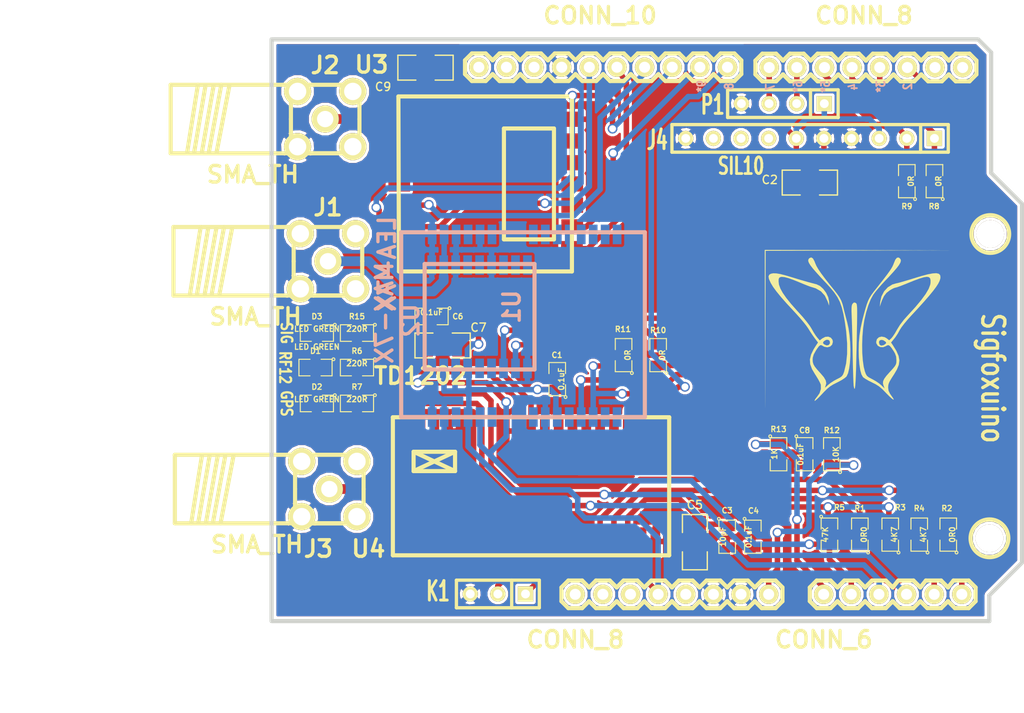
<source format=kicad_pcb>
(kicad_pcb (version 3) (host pcbnew "(2013-05-31 BZR 4019)-stable")
  (title_block (title "Arduino Uno R3 Compatible") (rev 0.01) (company "Numato Systems"))
  (layers (15 Front signal) (0 Back signal hide))
  (net 0 "")
  (net 1 +3.3V)
  (net 2 /PB0)
  (net 3 /PB1)
  (net 4 /PB2)
  (net 5 /PB3)
  (net 6 /PB4)
  (net 7 /PB5)
  (net 8 /PC0)
  (net 9 /PC1)
  (net 10 /PC2)
  (net 11 /PC3)
  (net 12 /PD2)
  (net 13 /PD3)
  (net 14 /PD4)
  (net 15 /PD5)
  (net 16 /PD6)
  (net 17 /PD7)
  (net 18 /RF_GPS)
  (net 19 /RF_RF12)
  (net 20 /RF_SIG)
  (net 21 /RX_SFT)
  (net 22 /SCL)
  (net 23 /SDA)
  (net 24 /STATUS_SIG)
  (net 25 /TX_SFT)
  (net 26 /VIN)
  (net 27 GND)
  (net 28 N-000001)
  (net 29 N-0000018)
  (net 30 N-000002)
  (net 31 N-000003)
  (net 32 N-000004)
  (net 33 N-000005)
  (net 34 N-000006)
  (net 35 N-000007)
  (net 36 N-000008)
  (module SMA-SMB_right_angle (layer Front) (at 114.681 91.948 180)
    (fp_text reference J1)
    (fp_text value SMA_TH)
    (pad 1 thru_hole circle (at 0 0 180) (size 2.5 2.5) (drill 1.5) (layers *.Cu *.Mask Dessus.SilkS) (net 18 /RF_GPS))
    (pad 2 thru_hole circle (at 2.54 -2.54 180) (size 2.5 2.5) (drill 1.6) (layers *.Cu *.Mask Dessus.SilkS) (net 27 GND))
    (pad 3 thru_hole circle (at -2.54 -2.54 180) (size 2.5 2.5) (drill 1.6) (layers *.Cu *.Mask Dessus.SilkS))
    (pad 4 thru_hole circle (at -2.54 2.54 180) (size 2.5 2.5) (drill 1.6) (layers *.Cu *.Mask Dessus.SilkS))
    (pad 5 thru_hole circle (at 2.54 2.54 180) (size 2.5 2.5) (drill 1.6) (layers *.Cu *.Mask Dessus.SilkS))
  )
  (module 1pin (layer Front) (at 175.5648 89.44102)
    (fp_text reference V4 hide)
    (fp_text value "" hide)
    (pad 1 thru_hole circle (at 0 0) (size 2.54 2.54) (drill 2.54) (layers *.Cu *.Mask Dessus.SilkS))
  )
  (module 1pin (layer Front) (at 175.4886 117.43182)
    (fp_text reference V5 hide)
    (fp_text value "" hide)
    (pad 1 thru_hole circle (at 0 0) (size 2.54 2.54) (drill 2.54) (layers *.Cu *.Mask Dessus.SilkS))
  )
  (module Con8 (layer Front) (at 137.414 122.58802)
    (fp_text reference CON8_1 hide)
    (fp_text value CONN_8)
    (pad 2 thru_hole circle (at 2.54 0) (size 1.778 1.778) (drill 1.016) (layers *.Cu *.Mask Dessus.SilkS))
    (pad 3 thru_hole circle (at 5.08 0) (size 1.778 1.778) (drill 1.016) (layers *.Cu *.Mask Dessus.SilkS))
    (pad 4 thru_hole circle (at 7.62 0) (size 1.778 1.778) (drill 1.016) (layers *.Cu *.Mask Dessus.SilkS) (net 1 +3.3V))
    (pad 5 thru_hole circle (at 10.16 0) (size 1.778 1.778) (drill 1.016) (layers *.Cu *.Mask Dessus.SilkS))
    (pad 6 thru_hole circle (at 12.7 0) (size 1.778 1.778) (drill 1.016) (layers *.Cu *.Mask Dessus.SilkS) (net 27 GND))
    (pad 7 thru_hole circle (at 15.24 0) (size 1.778 1.778) (drill 1.016) (layers *.Cu *.Mask Dessus.SilkS) (net 27 GND))
    (pad 8 thru_hole circle (at 17.78 0) (size 1.778 1.778) (drill 1.016) (layers *.Cu *.Mask Dessus.SilkS) (net 26 /VIN))
    (pad 1 thru_hole circle (at 0 0) (size 1.778 1.778) (drill 1.016) (layers *.Cu *.Mask Dessus.SilkS))
  )
  (module Con8 (layer Front) (at 173.0248 74.12482 180)
    (fp_text reference CON8_2 hide)
    (fp_text value CONN_8)
    (pad 2 thru_hole circle (at 2.54 0 180) (size 1.778 1.778) (drill 1.016) (layers *.Cu *.Mask Dessus.SilkS))
    (pad 3 thru_hole circle (at 5.08 0 180) (size 1.778 1.778) (drill 1.016) (layers *.Cu *.Mask Dessus.SilkS) (net 12 /PD2))
    (pad 4 thru_hole circle (at 7.62 0 180) (size 1.778 1.778) (drill 1.016) (layers *.Cu *.Mask Dessus.SilkS) (net 13 /PD3))
    (pad 5 thru_hole circle (at 10.16 0 180) (size 1.778 1.778) (drill 1.016) (layers *.Cu *.Mask Dessus.SilkS) (net 14 /PD4))
    (pad 6 thru_hole circle (at 12.7 0 180) (size 1.778 1.778) (drill 1.016) (layers *.Cu *.Mask Dessus.SilkS) (net 15 /PD5))
    (pad 7 thru_hole circle (at 15.24 0 180) (size 1.778 1.778) (drill 1.016) (layers *.Cu *.Mask Dessus.SilkS) (net 16 /PD6))
    (pad 8 thru_hole circle (at 17.78 0 180) (size 1.778 1.778) (drill 1.016) (layers *.Cu *.Mask Dessus.SilkS) (net 17 /PD7))
    (pad 1 thru_hole circle (at 0 0 180) (size 1.778 1.778) (drill 1.016) (layers *.Cu *.Mask Dessus.SilkS))
  )
  (module Con6 (layer Front) (at 160.2486 122.58802)
    (fp_text reference CON6_1 hide)
    (fp_text value CONN_6)
    (pad 2 thru_hole circle (at 2.54 0) (size 1.778 1.778) (drill 1.016) (layers *.Cu *.Mask Dessus.SilkS) (net 9 /PC1))
    (pad 3 thru_hole circle (at 5.08 0) (size 1.778 1.778) (drill 1.016) (layers *.Cu *.Mask Dessus.SilkS) (net 10 /PC2))
    (pad 4 thru_hole circle (at 7.62 0) (size 1.778 1.778) (drill 1.016) (layers *.Cu *.Mask Dessus.SilkS) (net 11 /PC3))
    (pad 5 thru_hole circle (at 10.16 0) (size 1.778 1.778) (drill 1.016) (layers *.Cu *.Mask Dessus.SilkS) (net 23 /SDA))
    (pad 6 thru_hole circle (at 12.7 0) (size 1.778 1.778) (drill 1.016) (layers *.Cu *.Mask Dessus.SilkS) (net 22 /SCL))
    (pad 1 thru_hole circle (at 0 0) (size 1.778 1.778) (drill 1.016) (layers *.Cu *.Mask Dessus.SilkS) (net 8 /PC0))
  )
  (module Con10 (layer Front) (at 151.4094 74.09942 180)
    (fp_text reference CON10_1 hide)
    (fp_text value CONN_10)
    (pad 2 thru_hole circle (at 2.54 0 180) (size 1.778 1.778) (drill 1.016) (layers *.Cu *.Mask Dessus.SilkS) (net 3 /PB1))
    (pad 3 thru_hole circle (at 5.08 0 180) (size 1.778 1.778) (drill 1.016) (layers *.Cu *.Mask Dessus.SilkS) (net 4 /PB2))
    (pad 4 thru_hole circle (at 7.62 0 180) (size 1.778 1.778) (drill 1.016) (layers *.Cu *.Mask Dessus.SilkS) (net 5 /PB3))
    (pad 5 thru_hole circle (at 10.16 0 180) (size 1.778 1.778) (drill 1.016) (layers *.Cu *.Mask Dessus.SilkS) (net 6 /PB4))
    (pad 6 thru_hole circle (at 12.7 0 180) (size 1.778 1.778) (drill 1.016) (layers *.Cu *.Mask Dessus.SilkS) (net 7 /PB5))
    (pad 7 thru_hole circle (at 15.24 0 180) (size 1.778 1.778) (drill 1.016) (layers *.Cu *.Mask Dessus.SilkS) (net 27 GND))
    (pad 8 thru_hole circle (at 17.78 0 180) (size 1.778 1.778) (drill 1.016) (layers *.Cu *.Mask Dessus.SilkS))
    (pad 9 thru_hole circle (at 20.32 0 180) (size 1.778 1.778) (drill 1.016) (layers *.Cu *.Mask Dessus.SilkS) (net 23 /SDA))
    (pad 10 thru_hole circle (at 22.86 0 180) (size 1.778 1.778) (drill 1.016) (layers *.Cu *.Mask Dessus.SilkS) (net 22 /SCL))
    (pad 1 thru_hole circle (at 0 0 180) (size 1.778 1.778) (drill 1.016) (layers *.Cu *.Mask Dessus.SilkS) (net 2 /PB0))
  )
  (module TD1202 (layer Front) (at 120.65 106.299)
    (fp_text reference U4)
    (fp_text value TD1202)
    (pad 12 smd rect (at 24.13 1.27) (size 0.89 2.6) (layers Front Dessus.Pate Dessus.Masque) (net 27 GND))
    (pad 13 smd rect (at 22.86 1.27) (size 0.89 2.6) (layers Front Dessus.Pate Dessus.Masque))
    (pad 14 smd rect (at 21.59 1.27) (size 0.89 2.6) (layers Front Dessus.Pate Dessus.Masque) (net 2 /PB0))
    (pad 15 smd rect (at 20.32 1.27) (size 0.89 2.6) (layers Front Dessus.Pate Dessus.Masque))
    (pad 16 smd rect (at 19.05 1.27) (size 0.89 2.6) (layers Front Dessus.Pate Dessus.Masque))
    (pad 17 smd rect (at 17.78 1.27) (size 0.89 2.6) (layers Front Dessus.Pate Dessus.Masque))
    (pad 18 smd rect (at 16.51 1.27) (size 0.89 2.6) (layers Front Dessus.Pate Dessus.Masque) (net 13 /PD3))
    (pad 19 smd rect (at 15.24 1.27) (size 0.89 2.6) (layers Front Dessus.Pate Dessus.Masque) (net 12 /PD2))
    (pad 20 smd rect (at 13.97 1.27) (size 0.89 2.6) (layers Front Dessus.Pate Dessus.Masque))
    (pad 21 smd rect (at 12.7 1.27) (size 0.89 2.6) (layers Front Dessus.Pate Dessus.Masque) (net 24 /STATUS_SIG))
    (pad 22 smd rect (at 11.43 1.27) (size 0.89 2.6) (layers Front Dessus.Pate Dessus.Masque) (net 27 GND))
    (pad 23 smd rect (at 5.08 1.27) (size 0.89 2.6) (layers Front Dessus.Pate Dessus.Masque) (net 27 GND))
    (pad 24 smd rect (at 3.81 1.27) (size 0.89 2.6) (layers Front Dessus.Pate Dessus.Masque) (net 20 /RF_SIG))
    (pad 25 smd rect (at 2.54 1.27) (size 0.89 2.6) (layers Front Dessus.Pate Dessus.Masque) (net 27 GND))
    (pad 1 smd rect (at 11.43 11.43) (size 0.89 2.6) (layers Front Dessus.Pate Dessus.Masque) (net 27 GND))
    (pad 2 smd rect (at 12.7 11.43) (size 0.89 2.6) (layers Front Dessus.Pate Dessus.Masque) (net 27 GND))
    (pad 3 smd rect (at 13.97 11.43) (size 0.89 2.6) (layers Front Dessus.Pate Dessus.Masque))
    (pad 4 smd rect (at 15.24 11.43) (size 0.89 2.6) (layers Front Dessus.Pate Dessus.Masque))
    (pad 5 smd rect (at 16.51 11.43) (size 0.89 2.6) (layers Front Dessus.Pate Dessus.Masque) (net 30 N-000002))
    (pad 6 smd rect (at 17.78 11.43) (size 0.89 2.6) (layers Front Dessus.Pate Dessus.Masque) (net 31 N-000003))
    (pad 7 smd rect (at 19.05 11.43) (size 0.89 2.6) (layers Front Dessus.Pate Dessus.Masque) (net 34 N-000006))
    (pad 8 smd rect (at 20.32 11.43) (size 0.89 2.6) (layers Front Dessus.Pate Dessus.Masque) (net 28 N-000001))
    (pad 9 smd rect (at 21.59 11.43) (size 0.89 2.6) (layers Front Dessus.Pate Dessus.Masque) (net 1 +3.3V))
    (pad 10 smd rect (at 22.86 11.43) (size 0.89 2.6) (layers Front Dessus.Pate Dessus.Masque))
    (pad 11 smd rect (at 24.13 11.43) (size 0.89 2.6) (layers Front Dessus.Pate Dessus.Masque) (net 27 GND))
  )
  (module SMA-SMB_right_angle (layer Front) (at 114.427 78.867 180)
    (fp_text reference J2)
    (fp_text value SMA_TH)
    (pad 1 thru_hole circle (at 0 0 180) (size 2.5 2.5) (drill 1.5) (layers *.Cu *.Mask Dessus.SilkS) (net 19 /RF_RF12))
    (pad 2 thru_hole circle (at 2.54 -2.54 180) (size 2.5 2.5) (drill 1.6) (layers *.Cu *.Mask Dessus.SilkS) (net 27 GND))
    (pad 3 thru_hole circle (at -2.54 -2.54 180) (size 2.5 2.5) (drill 1.6) (layers *.Cu *.Mask Dessus.SilkS))
    (pad 4 thru_hole circle (at -2.54 2.54 180) (size 2.5 2.5) (drill 1.6) (layers *.Cu *.Mask Dessus.SilkS))
    (pad 5 thru_hole circle (at 2.54 2.54 180) (size 2.5 2.5) (drill 1.6) (layers *.Cu *.Mask Dessus.SilkS))
  )
  (module SMA-SMB_right_angle (layer Front) (at 114.808 112.903 180)
    (fp_text reference J3)
    (fp_text value SMA_TH)
    (pad 1 thru_hole circle (at 0 0 180) (size 2.5 2.5) (drill 1.5) (layers *.Cu *.Mask Dessus.SilkS) (net 20 /RF_SIG))
    (pad 2 thru_hole circle (at 2.54 -2.54 180) (size 2.5 2.5) (drill 1.6) (layers *.Cu *.Mask Dessus.SilkS) (net 27 GND))
    (pad 3 thru_hole circle (at -2.54 -2.54 180) (size 2.5 2.5) (drill 1.6) (layers *.Cu *.Mask Dessus.SilkS))
    (pad 4 thru_hole circle (at -2.54 2.54 180) (size 2.5 2.5) (drill 1.6) (layers *.Cu *.Mask Dessus.SilkS))
    (pad 5 thru_hole circle (at 2.54 2.54 180) (size 2.5 2.5) (drill 1.6) (layers *.Cu *.Mask Dessus.SilkS))
  )
  (module SM1206 (layer Front) (at 123.65 74.14 180)
    (fp_text reference C9)
    (fp_text value 1uF/9V hide)
    (pad 1 smd rect (at -1.651 0 180) (size 1.524 2.032) (layers Front Dessus.Pate Dessus.Masque) (net 1 +3.3V))
    (pad 2 smd rect (at 1.651 0 180) (size 1.524 2.032) (layers Front Dessus.Pate Dessus.Masque) (net 27 GND))
  )
  (module SM1206 (layer Front) (at 158.98 84.71)
    (fp_text reference C2)
    (fp_text value 10uF/9V hide)
    (pad 1 smd rect (at -1.651 0) (size 1.524 2.032) (layers Front Dessus.Pate Dessus.Masque) (net 1 +3.3V))
    (pad 2 smd rect (at 1.651 0) (size 1.524 2.032) (layers Front Dessus.Pate Dessus.Masque) (net 27 GND))
  )
  (module SM1206 (layer Front) (at 148.41 117.79 270)
    (fp_text reference C5)
    (fp_text value 10uF/9V hide)
    (pad 1 smd rect (at -1.651 0 270) (size 1.524 2.032) (layers Front Dessus.Pate Dessus.Masque) (net 1 +3.3V))
    (pad 2 smd rect (at 1.651 0 270) (size 1.524 2.032) (layers Front Dessus.Pate Dessus.Masque) (net 27 GND))
  )
  (module SM1206 (layer Front) (at 125.222 99.695 180)
    (fp_text reference C7)
    (fp_text value 10uF/9V hide)
    (pad 1 smd rect (at -1.651 0 180) (size 1.524 2.032) (layers Front Dessus.Pate Dessus.Masque) (net 1 +3.3V))
    (pad 2 smd rect (at 1.651 0 180) (size 1.524 2.032) (layers Front Dessus.Pate Dessus.Masque) (net 27 GND))
  )
  (module SM0805 (layer Front) (at 113.538 101.727 180)
    (fp_text reference D1)
    (fp_text value "LED GREEN")
    (pad 1 smd rect (at -0.9525 0 180) (size 0.889 1.397) (layers Front Dessus.Pate Dessus.Masque) (net 36 N-000008))
    (pad 2 smd rect (at 0.9525 0 180) (size 0.889 1.397) (layers Front Dessus.Pate Dessus.Masque) (net 27 GND))
  )
  (module SM0805 (layer Front) (at 117.348 101.727 180)
    (fp_text reference R6)
    (fp_text value 220R)
    (pad 1 smd rect (at -0.9525 0 180) (size 0.889 1.397) (layers Front Dessus.Pate Dessus.Masque) (net 11 /PC3))
    (pad 2 smd rect (at 0.9525 0 180) (size 0.889 1.397) (layers Front Dessus.Pate Dessus.Masque) (net 36 N-000008))
  )
  (module SM0805 (layer Front) (at 135.76 102.79 90)
    (fp_text reference C1)
    (fp_text value 0.1uF)
    (pad 1 smd rect (at -0.9525 0 90) (size 0.889 1.397) (layers Front Dessus.Pate Dessus.Masque) (net 1 +3.3V))
    (pad 2 smd rect (at 0.9525 0 90) (size 0.889 1.397) (layers Front Dessus.Pate Dessus.Masque) (net 27 GND))
  )
  (module SM0805 (layer Front) (at 124.206 97.028 180)
    (fp_text reference C6)
    (fp_text value 0.1uF)
    (pad 1 smd rect (at -0.9525 0 180) (size 0.889 1.397) (layers Front Dessus.Pate Dessus.Masque) (net 1 +3.3V))
    (pad 2 smd rect (at 0.9525 0 180) (size 0.889 1.397) (layers Front Dessus.Pate Dessus.Masque) (net 27 GND))
  )
  (module SM0805 (layer Front) (at 160.782 117.094 270)
    (fp_text reference R5)
    (fp_text value 47K)
    (pad 1 smd rect (at -0.9525 0 270) (size 0.889 1.397) (layers Front Dessus.Pate Dessus.Masque) (net 1 +3.3V))
    (pad 2 smd rect (at 0.9525 0 270) (size 0.889 1.397) (layers Front Dessus.Pate Dessus.Masque) (net 9 /PC1))
  )
  (module SM0805 (layer Front) (at 145.034 100.584 90)
    (fp_text reference R10)
    (fp_text value 0R)
    (pad 1 smd rect (at -0.9525 0 90) (size 0.889 1.397) (layers Front Dessus.Pate Dessus.Masque) (net 25 /TX_SFT))
    (pad 2 smd rect (at 0.9525 0 90) (size 0.889 1.397) (layers Front Dessus.Pate Dessus.Masque) (net 33 N-000005))
  )
  (module SM0805 (layer Front) (at 141.859 100.584 90)
    (fp_text reference R11)
    (fp_text value 0R)
    (pad 1 smd rect (at -0.9525 0 90) (size 0.889 1.397) (layers Front Dessus.Pate Dessus.Masque) (net 21 /RX_SFT))
    (pad 2 smd rect (at 0.9525 0 90) (size 0.889 1.397) (layers Front Dessus.Pate Dessus.Masque) (net 32 N-000004))
  )
  (module SM0805 (layer Front) (at 170.434 84.582 90)
    (fp_text reference R8)
    (fp_text value 0R)
    (pad 1 smd rect (at -0.9525 0 90) (size 0.889 1.397) (layers Front Dessus.Pate Dessus.Masque) (net 21 /RX_SFT))
    (pad 2 smd rect (at 0.9525 0 90) (size 0.889 1.397) (layers Front Dessus.Pate Dessus.Masque) (net 14 /PD4))
  )
  (module SM0805 (layer Front) (at 167.894 84.582 90)
    (fp_text reference R9)
    (fp_text value 0R)
    (pad 1 smd rect (at -0.9525 0 90) (size 0.889 1.397) (layers Front Dessus.Pate Dessus.Masque) (net 25 /TX_SFT))
    (pad 2 smd rect (at 0.9525 0 90) (size 0.889 1.397) (layers Front Dessus.Pate Dessus.Masque) (net 15 /PD5))
  )
  (module SM0805 (layer Front) (at 117.348 98.552 180)
    (fp_text reference R15)
    (fp_text value 220R)
    (pad 1 smd rect (at -0.9525 0 180) (size 0.889 1.397) (layers Front Dessus.Pate Dessus.Masque) (net 24 /STATUS_SIG))
    (pad 2 smd rect (at 0.9525 0 180) (size 0.889 1.397) (layers Front Dessus.Pate Dessus.Masque) (net 29 N-0000018))
  )
  (module SM0805 (layer Front) (at 113.665 105.029 180)
    (fp_text reference D2)
    (fp_text value "LED GREEN")
    (pad 1 smd rect (at -0.9525 0 180) (size 0.889 1.397) (layers Front Dessus.Pate Dessus.Masque) (net 35 N-000007))
    (pad 2 smd rect (at 0.9525 0 180) (size 0.889 1.397) (layers Front Dessus.Pate Dessus.Masque) (net 27 GND))
  )
  (module SM0805 (layer Front) (at 117.348 105.029 180)
    (fp_text reference R7)
    (fp_text value 220R)
    (pad 1 smd rect (at -0.9525 0 180) (size 0.889 1.397) (layers Front Dessus.Pate Dessus.Masque) (net 10 /PC2))
    (pad 2 smd rect (at 0.9525 0 180) (size 0.889 1.397) (layers Front Dessus.Pate Dessus.Masque) (net 35 N-000007))
  )
  (module SM0805 (layer Front) (at 151.38 117.29 270)
    (fp_text reference C3)
    (fp_text value 10pF)
    (pad 1 smd rect (at -0.9525 0 270) (size 0.889 1.397) (layers Front Dessus.Pate Dessus.Masque) (net 1 +3.3V))
    (pad 2 smd rect (at 0.9525 0 270) (size 0.889 1.397) (layers Front Dessus.Pate Dessus.Masque) (net 27 GND))
  )
  (module SM0805 (layer Front) (at 153.74 117.29 270)
    (fp_text reference C4)
    (fp_text value 0.1uF)
    (pad 1 smd rect (at -0.9525 0 270) (size 0.889 1.397) (layers Front Dessus.Pate Dessus.Masque) (net 1 +3.3V))
    (pad 2 smd rect (at 0.9525 0 270) (size 0.889 1.397) (layers Front Dessus.Pate Dessus.Masque) (net 27 GND))
  )
  (module SM0805 (layer Front) (at 166.37 117.094 90)
    (fp_text reference R3)
    (fp_text value 4K7)
    (pad 1 smd rect (at -0.9525 0 90) (size 0.889 1.397) (layers Front Dessus.Pate Dessus.Masque) (net 23 /SDA))
    (pad 2 smd rect (at 0.9525 0 90) (size 0.889 1.397) (layers Front Dessus.Pate Dessus.Masque) (net 1 +3.3V))
  )
  (module SM0805 (layer Front) (at 169.037 117.094 90)
    (fp_text reference R4)
    (fp_text value 4K7)
    (pad 1 smd rect (at -0.9525 0 90) (size 0.889 1.397) (layers Front Dessus.Pate Dessus.Masque) (net 22 /SCL))
    (pad 2 smd rect (at 0.9525 0 90) (size 0.889 1.397) (layers Front Dessus.Pate Dessus.Masque) (net 1 +3.3V))
  )
  (module SM0805 (layer Front) (at 163.576 117.094 90)
    (fp_text reference R1)
    (fp_text value 0R0)
    (pad 1 smd rect (at -0.9525 0 90) (size 0.889 1.397) (layers Front Dessus.Pate Dessus.Masque) (net 23 /SDA))
    (pad 2 smd rect (at 0.9525 0 90) (size 0.889 1.397) (layers Front Dessus.Pate Dessus.Masque) (net 34 N-000006))
  )
  (module SM0805 (layer Front) (at 171.704 117.094 90)
    (fp_text reference R2)
    (fp_text value 0R0)
    (pad 1 smd rect (at -0.9525 0 90) (size 0.889 1.397) (layers Front Dessus.Pate Dessus.Masque) (net 22 /SCL))
    (pad 2 smd rect (at 0.9525 0 90) (size 0.889 1.397) (layers Front Dessus.Pate Dessus.Masque) (net 28 N-000001))
  )
  (module SM0805 (layer Front) (at 113.665 98.552 180)
    (fp_text reference D3)
    (fp_text value "LED GREEN")
    (pad 1 smd rect (at -0.9525 0 180) (size 0.889 1.397) (layers Front Dessus.Pate Dessus.Masque) (net 29 N-0000018))
    (pad 2 smd rect (at 0.9525 0 180) (size 0.889 1.397) (layers Front Dessus.Pate Dessus.Masque) (net 27 GND))
  )
  (module SIL-3 (layer Front) (at 130.302 122.555 180)
    (fp_text reference K1)
    (fp_text value CONN_3 hide)
    (pad 1 thru_hole rect (at -2.54 0 180) (size 1.397 1.397) (drill 0.8128) (layers *.Cu *.Mask Dessus.SilkS) (net 31 N-000003))
    (pad 2 thru_hole circle (at 0 0 180) (size 1.397 1.397) (drill 0.8128) (layers *.Cu *.Mask Dessus.SilkS) (net 30 N-000002))
    (pad 3 thru_hole circle (at 2.54 0 180) (size 1.397 1.397) (drill 0.8128) (layers *.Cu *.Mask Dessus.SilkS) (net 27 GND))
  )
  (module SIL-10 (layer Front) (at 159.004 80.645 180)
    (fp_text reference J4)
    (fp_text value SIL10)
    (pad 1 thru_hole rect (at -11.43 0 180) (size 1.397 1.397) (drill 0.8128) (layers *.Cu *.Mask Dessus.SilkS) (net 14 /PD4))
    (pad 2 thru_hole circle (at -8.89 0 180) (size 1.397 1.397) (drill 0.8128) (layers *.Cu *.Mask Dessus.SilkS) (net 15 /PD5))
    (pad 3 thru_hole circle (at -6.35 0 180) (size 1.397 1.397) (drill 0.8128) (layers *.Cu *.Mask Dessus.SilkS) (net 1 +3.3V))
    (pad 4 thru_hole circle (at -3.81 0 180) (size 1.397 1.397) (drill 0.8128) (layers *.Cu *.Mask Dessus.SilkS) (net 27 GND))
    (pad 5 thru_hole circle (at -1.27 0 180) (size 1.397 1.397) (drill 0.8128) (layers *.Cu *.Mask Dessus.SilkS) (net 27 GND))
    (pad 6 thru_hole circle (at 1.27 0 180) (size 1.397 1.397) (drill 0.8128) (layers *.Cu *.Mask Dessus.SilkS) (net 1 +3.3V))
    (pad 7 thru_hole circle (at 3.81 0 180) (size 1.397 1.397) (drill 0.8128) (layers *.Cu *.Mask Dessus.SilkS))
    (pad 8 thru_hole circle (at 6.35 0 180) (size 1.397 1.397) (drill 0.8128) (layers *.Cu *.Mask Dessus.SilkS))
    (pad 9 thru_hole circle (at 8.89 0 180) (size 1.397 1.397) (drill 0.8128) (layers *.Cu *.Mask Dessus.SilkS))
    (pad 10 thru_hole circle (at 11.43 0 180) (size 1.397 1.397) (drill 0.8128) (layers *.Cu *.Mask Dessus.SilkS) (net 27 GND))
  )
  (module RFM12 (layer Front) (at 129.159 84.836 180)
    (fp_text reference U3)
    (fp_text value RFM12 hide)
    (pad 1 smd rect (at -7.9502 -5.95122 180) (size 1.99898 1.39954) (layers Front Dessus.Pate Dessus.Masque) (net 6 /PB4))
    (pad 2 smd rect (at -7.97814 -3.9497 180) (size 1.99898 1.39954) (layers Front Dessus.Pate Dessus.Masque) (net 3 /PB1))
    (pad 3 smd rect (at -7.97814 -1.95072 180) (size 1.99898 1.39954) (layers Front Dessus.Pate Dessus.Masque))
    (pad 4 smd rect (at -7.97814 0 180) (size 1.99898 1.39954) (layers Front Dessus.Pate Dessus.Masque))
    (pad 5 smd rect (at -7.97814 1.95072 180) (size 1.99898 1.39954) (layers Front Dessus.Pate Dessus.Masque))
    (pad 6 smd rect (at -7.97814 3.9497 180) (size 1.99898 1.39954) (layers Front Dessus.Pate Dessus.Masque))
    (pad 7 smd rect (at -7.97814 5.95122 180) (size 1.99898 1.39954) (layers Front Dessus.Pate Dessus.Masque) (net 27 GND))
    (pad 8 smd rect (at 7.92226 5.95122 180) (size 1.99898 1.39954) (layers Front Dessus.Pate Dessus.Masque) (net 19 /RF_RF12))
    (pad 9 smd rect (at 7.92226 3.9497 180) (size 1.99898 1.39954) (layers Front Dessus.Pate Dessus.Masque) (net 1 +3.3V))
    (pad 10 smd rect (at 7.92226 1.95072 180) (size 1.99898 1.39954) (layers Front Dessus.Pate Dessus.Masque) (net 27 GND))
    (pad 11 smd rect (at 7.92226 0 180) (size 1.99898 1.39954) (layers Front Dessus.Pate Dessus.Masque))
    (pad 12 smd rect (at 7.92226 -1.95072 180) (size 1.99898 1.39954) (layers Front Dessus.Pate Dessus.Masque) (net 5 /PB3))
    (pad 13 smd rect (at 7.92226 -3.9497 180) (size 1.99898 1.39954) (layers Front Dessus.Pate Dessus.Masque) (net 7 /PB5))
    (pad 14 smd rect (at 7.92226 -5.95122 180) (size 1.99898 1.39954) (layers Front Dessus.Pate Dessus.Masque) (net 4 /PB2))
  )
  (module MAX-xx (layer Back) (at 123.571 92.202 270)
    (fp_text reference U2)
    (fp_text value MAX-7X)
    (pad 9 smd rect (at 9.6 -0.65 270) (size 1.8 0.8) (layers Back Dessous.Pate Dessous.Masque) (net 9 /PC1))
    (pad 8 smd rect (at 9.6 -1.75 270) (size 1.8 0.8) (layers Back Dessous.Pate Dessous.Masque) (net 1 +3.3V))
    (pad 7 smd rect (at 9.6 -2.85 270) (size 1.8 0.8) (layers Back Dessous.Pate Dessous.Masque) (net 1 +3.3V))
    (pad 6 smd rect (at 9.6 -3.95 270) (size 1.8 0.8) (layers Back Dessous.Pate Dessous.Masque) (net 1 +3.3V))
    (pad 5 smd rect (at 9.6 -5.05 270) (size 1.8 0.8) (layers Back Dessous.Pate Dessous.Masque))
    (pad 4 smd rect (at 9.6 -6.15 270) (size 1.8 0.8) (layers Back Dessous.Pate Dessous.Masque))
    (pad 3 smd rect (at 9.6 -7.25 270) (size 1.8 0.8) (layers Back Dessous.Pate Dessous.Masque) (net 33 N-000005))
    (pad 2 smd rect (at 9.6 -8.35 270) (size 1.8 0.8) (layers Back Dessous.Pate Dessous.Masque) (net 32 N-000004))
    (pad 1 smd rect (at 9.6 -9.45 270) (size 1.8 0.8) (layers Back Dessous.Pate Dessous.Masque) (net 27 GND))
    (pad 10 smd rect (at 0.1 -0.65 270) (size 1.8 0.8) (layers Back Dessous.Pate Dessous.Masque) (net 27 GND))
    (pad 11 smd rect (at 0.1 -1.75 270) (size 1.8 0.8) (layers Back Dessous.Pate Dessous.Masque) (net 18 /RF_GPS))
    (pad 12 smd rect (at 0.1 -2.85 270) (size 1.8 0.8) (layers Back Dessous.Pate Dessous.Masque) (net 27 GND))
    (pad 13 smd rect (at 0.1 -3.95 270) (size 1.8 0.8) (layers Back Dessous.Pate Dessous.Masque))
    (pad 14 smd rect (at 0.1 -5.05 270) (size 1.8 0.8) (layers Back Dessous.Pate Dessous.Masque))
    (pad 15 smd rect (at 0.1 -6.15 270) (size 1.8 0.8) (layers Back Dessous.Pate Dessous.Masque) (net 27 GND))
    (pad 16 smd rect (at 0.1 -7.25 270) (size 1.8 0.8) (layers Back Dessous.Pate Dessous.Masque))
    (pad 17 smd rect (at 0.1 -8.35 270) (size 1.8 0.8) (layers Back Dessous.Pate Dessous.Masque))
    (pad 18 smd rect (at 0.1 -9.45 270) (size 1.8 0.8) (layers Back Dessous.Pate Dessous.Masque))
  )
  (module LEA-xx (layer Back) (at 121.412 89.281 270)
    (fp_text reference U1)
    (fp_text value LEA-7X)
    (pad 15 smd rect (at 0 -2.85 270) (size 1.8 0.8) (drill (offset 0.2 0)) (layers Back Dessous.Pate Dessous.Masque) (net 27 GND))
    (pad 16 smd rect (at 0.2 -3.95 270) (size 1.8 0.8) (layers Back Dessous.Pate Dessous.Masque) (net 18 /RF_GPS))
    (pad 17 smd rect (at 0.2 -5.05 270) (size 1.8 0.8) (layers Back Dessous.Pate Dessous.Masque) (net 27 GND))
    (pad 18 smd rect (at 0.2 -6.15 270) (size 1.8 0.8) (layers Back Dessous.Pate Dessous.Masque))
    (pad 19 smd rect (at 0.2 -7.25 270) (size 1.8 0.8) (layers Back Dessous.Pate Dessous.Masque) (net 27 GND))
    (pad 20 smd rect (at 0.2 -8.35 270) (size 1.8 0.8) (layers Back Dessous.Pate Dessous.Masque))
    (pad 21 smd rect (at 0.2 -12.15 270) (size 1.8 0.8) (layers Back Dessous.Pate Dessous.Masque))
    (pad 22 smd rect (at 0.2 -13.25 270) (size 1.8 0.8) (layers Back Dessous.Pate Dessous.Masque))
    (pad 23 smd rect (at 0.2 -14.35 270) (size 1.8 0.8) (layers Back Dessous.Pate Dessous.Masque))
    (pad 24 smd rect (at 0.2 -15.45 270) (size 1.8 0.8) (layers Back Dessous.Pate Dessous.Masque) (net 27 GND))
    (pad 25 smd rect (at 0.2 -16.55 270) (size 1.8 0.8) (layers Back Dessous.Pate Dessous.Masque))
    (pad 26 smd rect (at 0.2 -17.65 270) (size 1.8 0.8) (layers Back Dessous.Pate Dessous.Masque))
    (pad 27 smd rect (at 0.2 -18.75 270) (size 1.8 0.8) (layers Back Dessous.Pate Dessous.Masque))
    (pad 28 smd rect (at 0.2 -19.85 270) (size 1.8 0.8) (layers Back Dessous.Pate Dessous.Masque))
    (pad 1 smd rect (at 17 -19.85 270) (size 1.8 0.8) (layers Back Dessous.Pate Dessous.Masque))
    (pad 14 smd rect (at 17 -2.85 270) (size 1.8 0.8) (layers Back Dessous.Pate Dessous.Masque) (net 27 GND))
    (pad 2 smd rect (at 17 -18.75 270) (size 1.8 0.8) (layers Back Dessous.Pate Dessous.Masque))
    (pad 3 smd rect (at 17 -17.65 270) (size 1.8 0.8) (layers Back Dessous.Pate Dessous.Masque) (net 21 /RX_SFT))
    (pad 4 smd rect (at 17 -16.55 270) (size 1.8 0.8) (layers Back Dessous.Pate Dessous.Masque) (net 25 /TX_SFT))
    (pad 5 smd rect (at 17 -15.45 270) (size 1.8 0.8) (layers Back Dessous.Pate Dessous.Masque))
    (pad 6 smd rect (at 17 -14.35 270) (size 1.8 0.8) (layers Back Dessous.Pate Dessous.Masque) (net 1 +3.3V))
    (pad 7 smd rect (at 17 -13.25 270) (size 1.8 0.8) (layers Back Dessous.Pate Dessous.Masque) (net 27 GND))
    (pad 8 smd rect (at 17 -12.15 270) (size 1.8 0.8) (layers Back Dessous.Pate Dessous.Masque))
    (pad 9 smd rect (at 17 -8.35 270) (size 1.8 0.8) (layers Back Dessous.Pate Dessous.Masque))
    (pad 10 smd rect (at 17 -7.25 270) (size 1.8 0.8) (layers Back Dessous.Pate Dessous.Masque) (net 9 /PC1))
    (pad 11 smd rect (at 17 -6.15 270) (size 1.8 0.8) (layers Back Dessous.Pate Dessous.Masque) (net 1 +3.3V))
    (pad 12 smd rect (at 17 -5.05 270) (size 1.8 0.8) (layers Back Dessous.Pate Dessous.Masque))
    (pad 13 smd rect (at 17 -3.95 270) (size 1.8 0.8) (layers Back Dessous.Pate Dessous.Masque) (net 27 GND))
  )
  (module SM0805 (layer Front) (at 156.1 109.7 270)
    (fp_text reference R13)
    (fp_text value 1K)
    (pad 1 smd rect (at -0.9525 0 270) (size 0.889 1.397) (layers Front Dessus.Pate Dessus.Masque) (net 8 /PC0))
    (pad 2 smd rect (at 0.9525 0 270) (size 0.889 1.397) (layers Front Dessus.Pate Dessus.Masque) (net 27 GND))
  )
  (module SM0805 (layer Front) (at 161 109.7 90)
    (fp_text reference R12)
    (fp_text value 10K)
    (pad 1 smd rect (at -0.9525 0 90) (size 0.889 1.397) (layers Front Dessus.Pate Dessus.Masque) (net 26 /VIN))
    (pad 2 smd rect (at 0.9525 0 90) (size 0.889 1.397) (layers Front Dessus.Pate Dessus.Masque) (net 8 /PC0))
  )
  (module SM0805 (layer Front) (at 158.5 109.7 270)
    (fp_text reference C8)
    (fp_text value 0.1uF)
    (pad 1 smd rect (at -0.9525 0 270) (size 0.889 1.397) (layers Front Dessus.Pate Dessus.Masque) (net 8 /PC0))
    (pad 2 smd rect (at 0.9525 0 270) (size 0.889 1.397) (layers Front Dessus.Pate Dessus.Masque) (net 27 GND))
  )
  (module LOGO (layer Front) (at 163.3 98.1)
    (fp_text reference G*** hide)
    (fp_text value LOGO hide)
  )
  (module SIL-4 (layer Front) (at 156.5 77.45 180)
    (fp_text reference P1)
    (fp_text value CONN_4 hide)
    (pad 1 thru_hole rect (at -3.81 0 180) (size 1.397 1.397) (drill 0.8128) (layers *.Cu *.Mask Dessus.SilkS) (net 1 +3.3V))
    (pad 2 thru_hole circle (at -1.27 0 180) (size 1.397 1.397) (drill 0.8128) (layers *.Cu *.Mask Dessus.SilkS) (net 16 /PD6))
    (pad 3 thru_hole circle (at 1.27 0 180) (size 1.397 1.397) (drill 0.8128) (layers *.Cu *.Mask Dessus.SilkS) (net 17 /PD7))
    (pad 4 thru_hole circle (at 3.81 0 180) (size 1.397 1.397) (drill 0.8128) (layers *.Cu *.Mask Dessus.SilkS) (net 27 GND))
  )
  (gr_text CI14-001 (at 116.9 122.4) (layer Front) (effects (font (size 2.032 1.524) (thickness 0.3048))))
  (segment (start 125.301 74.14) (end 125.51 74.14) (width 0.508) (layer Front) (net 1))
  (segment (start 156.139 79.05) (end 157.734 80.645) (width 0.508) (layer Front) (net 1))
  (segment (start 152 79.05) (end 156.139 79.05) (width 0.508) (layer Front) (net 1))
  (segment (start 151 78.05) (end 152 79.05) (width 0.508) (layer Front) (net 1))
  (segment (start 151 76.95) (end 151 78.05) (width 0.508) (layer Front) (net 1))
  (segment (start 153.3 74.65) (end 151 76.95) (width 0.508) (layer Front) (net 1))
  (segment (start 153.3 73.3) (end 153.3 74.65) (width 0.508) (layer Front) (net 1))
  (segment (start 152.3 72.3) (end 153.3 73.3) (width 0.508) (layer Front) (net 1))
  (segment (start 127.35 72.3) (end 152.3 72.3) (width 0.508) (layer Front) (net 1))
  (segment (start 125.51 74.14) (end 127.35 72.3) (width 0.508) (layer Front) (net 1))
  (segment (start 160.31 77.45) (end 160.31 78.71) (width 0.508) (layer Back) (net 1))
  (segment (start 160.31 78.71) (end 160.467 78.867) (width 0.508) (layer Back) (net 1))
  (segment (start 125.301 74.14) (end 125.301 79.319) (width 0.508) (layer Front) (net 1))
  (segment (start 123.7337 80.8863) (end 121.23674 80.8863) (width 0.508) (layer Front) (net 1))
  (segment (start 125.301 79.319) (end 123.7337 80.8863) (width 0.508) (layer Front) (net 1))
  (segment (start 135.76 103.7425) (end 133.9325 103.7425) (width 0.508) (layer Front) (net 1))
  (segment (start 133.93 103.745) (end 133.93 103.759) (width 0.508) (layer Back) (net 1))
  (segment (start 133.9325 103.7425) (end 133.93 103.745) (width 0.508) (layer Back) (net 1))
  (via (at 133.9325 103.7425) (size 0.889) (layers Front Back) (net 1))
  (segment (start 127.562 106.281) (end 127.562 109.002) (width 0.508) (layer Back) (net 1))
  (segment (start 145.034 117.424) (end 145.034 122.58802) (width 0.508) (layer Back) (net 1))
  (segment (start 143.18 115.57) (end 145.034 117.424) (width 0.508) (layer Back) (net 1))
  (segment (start 138.31 115.57) (end 143.18 115.57) (width 0.508) (layer Back) (net 1))
  (segment (start 137.64 114.9) (end 138.31 115.57) (width 0.508) (layer Back) (net 1))
  (segment (start 137.64 113.77) (end 137.64 114.9) (width 0.508) (layer Back) (net 1))
  (segment (start 136.85 112.98) (end 137.64 113.77) (width 0.508) (layer Back) (net 1))
  (segment (start 131.54 112.98) (end 136.85 112.98) (width 0.508) (layer Back) (net 1))
  (segment (start 127.562 109.002) (end 131.54 112.98) (width 0.508) (layer Back) (net 1))
  (segment (start 128.524 99.568) (end 128.524 98.776) (width 0.508) (layer Front) (net 1))
  (segment (start 157.329 97.711) (end 157.329 84.71) (width 0.508) (layer Front) (net 1))
  (segment (start 154.35 100.69) (end 157.329 97.711) (width 0.508) (layer Front) (net 1))
  (segment (start 147.22 100.69) (end 154.35 100.69) (width 0.508) (layer Front) (net 1))
  (segment (start 146.76 100.23) (end 147.22 100.69) (width 0.508) (layer Front) (net 1))
  (segment (start 146.76 98.79) (end 146.76 100.23) (width 0.508) (layer Front) (net 1))
  (segment (start 145.16 97.19) (end 146.76 98.79) (width 0.508) (layer Front) (net 1))
  (segment (start 130.11 97.19) (end 145.16 97.19) (width 0.508) (layer Front) (net 1))
  (segment (start 128.524 98.776) (end 130.11 97.19) (width 0.508) (layer Front) (net 1))
  (segment (start 153.74 116.3375) (end 153.74 115.65) (width 0.508) (layer Front) (net 1))
  (segment (start 154.836 114.554) (end 160.655 114.554) (width 0.508) (layer Front) (net 1))
  (segment (start 153.74 115.65) (end 154.836 114.554) (width 0.508) (layer Front) (net 1))
  (segment (start 148.41 116.139) (end 148.41 115.24) (width 0.508) (layer Front) (net 1))
  (segment (start 142.24 115.49) (end 142.24 117.729) (width 0.508) (layer Front) (net 1))
  (segment (start 143.88 113.85) (end 142.24 115.49) (width 0.508) (layer Front) (net 1))
  (segment (start 147.02 113.85) (end 143.88 113.85) (width 0.508) (layer Front) (net 1))
  (segment (start 148.41 115.24) (end 147.02 113.85) (width 0.508) (layer Front) (net 1))
  (segment (start 148.41 116.139) (end 151.1815 116.139) (width 0.508) (layer Front) (net 1))
  (segment (start 151.1815 116.139) (end 151.38 116.3375) (width 0.508) (layer Front) (net 1))
  (segment (start 153.74 116.3375) (end 151.38 116.3375) (width 0.508) (layer Front) (net 1))
  (segment (start 157.734 84.305) (end 157.329 84.71) (width 0.508) (layer Front) (net 1))
  (segment (start 157.734 80.645) (end 157.734 84.305) (width 0.508) (layer Front) (net 1))
  (segment (start 160.782 116.1415) (end 160.655 116.0145) (width 0.508) (layer Front) (net 1))
  (segment (start 160.655 116.0145) (end 160.655 114.554) (width 0.508) (layer Front) (net 1))
  (segment (start 168.91 116.0145) (end 169.037 116.1415) (width 0.508) (layer Front) (net 1))
  (via (at 160.655 114.554) (size 0.889) (layers Front Back) (net 1))
  (segment (start 160.655 114.554) (end 166.243 114.554) (width 0.508) (layer Back) (net 1))
  (via (at 166.243 114.554) (size 0.889) (layers Front Back) (net 1))
  (segment (start 166.243 114.554) (end 166.243 116.0145) (width 0.508) (layer Front) (net 1))
  (segment (start 166.243 116.0145) (end 168.91 116.0145) (width 0.508) (layer Front) (net 1))
  (segment (start 160.782 116.1415) (end 160.5915 115.951) (width 0.508) (layer Front) (net 1))
  (segment (start 126.873 99.695) (end 127 99.568) (width 0.508) (layer Front) (net 1))
  (segment (start 127.508 101.789) (end 127.521 101.802) (width 0.508) (layer Back) (net 1))
  (segment (start 127.508 100.076) (end 127.508 101.789) (width 0.508) (layer Back) (net 1))
  (segment (start 128.016 99.568) (end 127.508 100.076) (width 0.508) (layer Back) (net 1))
  (segment (start 128.143 99.568) (end 128.016 99.568) (width 0.508) (layer Back) (net 1))
  (segment (start 128.143 99.568) (end 128.143 99.568) (width 0.508) (layer Back) (net 1))
  (segment (start 128.524 99.568) (end 128.143 99.568) (width 0.508) (layer Back) (net 1))
  (via (at 128.524 99.568) (size 0.889) (layers Front Back) (net 1))
  (segment (start 127 99.568) (end 128.524 99.568) (width 0.508) (layer Front) (net 1))
  (segment (start 135.762 106.281) (end 135.636 106.155) (width 0.508) (layer Back) (net 1))
  (segment (start 135.128 103.759) (end 133.93 103.759) (width 0.508) (layer Back) (net 1))
  (segment (start 135.636 104.267) (end 135.128 103.759) (width 0.508) (layer Back) (net 1))
  (segment (start 135.636 106.155) (end 135.636 104.267) (width 0.508) (layer Back) (net 1))
  (segment (start 133.93 103.759) (end 127.508 103.759) (width 0.508) (layer Back) (net 1))
  (segment (start 127.508 103.759) (end 127.381 103.886) (width 0.508) (layer Back) (net 1))
  (segment (start 127.521 101.802) (end 127.635 101.916) (width 0.508) (layer Back) (net 1))
  (segment (start 127.635 101.916) (end 127.635 104.14) (width 0.508) (layer Back) (net 1))
  (segment (start 126.421 101.802) (end 126.365 101.858) (width 0.508) (layer Back) (net 1))
  (segment (start 126.365 101.858) (end 126.365 103.886) (width 0.508) (layer Back) (net 1))
  (segment (start 125.321 101.802) (end 125.349 101.83) (width 0.508) (layer Back) (net 1))
  (segment (start 127.635 106.208) (end 127.562 106.281) (width 0.508) (layer Back) (net 1))
  (segment (start 127.635 104.14) (end 127.635 106.208) (width 0.508) (layer Back) (net 1))
  (segment (start 127.381 103.886) (end 127.635 104.14) (width 0.508) (layer Back) (net 1))
  (segment (start 125.349 103.886) (end 126.365 103.886) (width 0.508) (layer Back) (net 1))
  (segment (start 126.365 103.886) (end 127.381 103.886) (width 0.508) (layer Back) (net 1))
  (segment (start 125.349 101.83) (end 125.349 103.886) (width 0.508) (layer Back) (net 1))
  (segment (start 145.034 122.58802) (end 145.034 122.428) (width 0.508) (layer Front) (net 1))
  (segment (start 142.24 119.634) (end 142.24 117.729) (width 0.508) (layer Front) (net 1))
  (segment (start 145.034 122.428) (end 142.24 119.634) (width 0.508) (layer Front) (net 1))
  (segment (start 157.734 80.645) (end 157.734 79.756) (width 0.508) (layer Back) (net 1))
  (segment (start 158.623 78.867) (end 160.467 78.867) (width 0.508) (layer Back) (net 1))
  (segment (start 157.734 79.756) (end 158.623 78.867) (width 0.508) (layer Back) (net 1))
  (segment (start 160.467 78.867) (end 164.465 78.867) (width 0.508) (layer Back) (net 1))
  (segment (start 164.465 78.867) (end 165.354 79.756) (width 0.508) (layer Back) (net 1))
  (segment (start 165.354 79.756) (end 165.354 80.645) (width 0.508) (layer Back) (net 1))
  (segment (start 125.1585 97.028) (end 126.238 97.028) (width 0.508) (layer Front) (net 1))
  (segment (start 126.873 97.663) (end 126.873 99.695) (width 0.508) (layer Front) (net 1))
  (segment (start 126.238 97.028) (end 126.873 97.663) (width 0.508) (layer Front) (net 1))
  (segment (start 142.24 107.569) (end 142.24 105.66) (width 0.508) (layer Front) (net 2))
  (segment (start 148.70882 76.8) (end 151.4094 74.09942) (width 0.508) (layer Back) (net 2))
  (segment (start 147.8 76.8) (end 148.70882 76.8) (width 0.508) (layer Back) (net 2))
  (segment (start 144.4 80.2) (end 147.8 76.8) (width 0.508) (layer Back) (net 2))
  (segment (start 144.4 100.4) (end 144.4 80.2) (width 0.508) (layer Back) (net 2))
  (segment (start 147.5 103.5) (end 144.4 100.4) (width 0.508) (layer Back) (net 2))
  (via (at 147.5 103.5) (size 0.889) (layers Front Back) (net 2))
  (segment (start 146.9 103.5) (end 147.5 103.5) (width 0.508) (layer Front) (net 2))
  (segment (start 145.2 105.2) (end 146.9 103.5) (width 0.508) (layer Front) (net 2))
  (segment (start 142.7 105.2) (end 145.2 105.2) (width 0.508) (layer Front) (net 2))
  (segment (start 142.24 105.66) (end 142.7 105.2) (width 0.508) (layer Front) (net 2))
  (segment (start 137.13714 88.7857) (end 138.4143 88.7857) (width 0.508) (layer Front) (net 3))
  (segment (start 148.80058 74.09942) (end 148.8694 74.09942) (width 0.508) (layer Back) (net 3))
  (segment (start 140.9 82) (end 148.80058 74.09942) (width 0.508) (layer Back) (net 3))
  (via (at 140.9 82) (size 0.889) (layers Front Back) (net 3))
  (segment (start 140.9 86.3) (end 140.9 82) (width 0.508) (layer Front) (net 3))
  (segment (start 138.4143 88.7857) (end 140.9 86.3) (width 0.508) (layer Front) (net 3))
  (segment (start 146.3294 74.09942) (end 146.3294 74.2696) (width 0.508) (layer Back) (net 4))
  (segment (start 119.87022 90.78722) (end 121.23674 90.78722) (width 0.508) (layer Front) (net 4))
  (segment (start 119.38 90.297) (end 119.87022 90.78722) (width 0.508) (layer Front) (net 4))
  (segment (start 119.38 87.249) (end 119.38 90.297) (width 0.508) (layer Front) (net 4))
  (segment (start 119.126 86.995) (end 119.38 87.249) (width 0.508) (layer Front) (net 4))
  (via (at 119.126 86.995) (size 0.889) (layers Front Back) (net 4))
  (segment (start 119.126 86.233) (end 119.126 86.995) (width 0.508) (layer Back) (net 4))
  (segment (start 120.142 85.217) (end 119.126 86.233) (width 0.508) (layer Back) (net 4))
  (segment (start 135.89 85.217) (end 120.142 85.217) (width 0.508) (layer Back) (net 4))
  (segment (start 137.16 84.074) (end 135.89 85.217) (width 0.508) (layer Back) (net 4))
  (segment (start 137.13714 78.88478) (end 137.16 84.074) (width 0.508) (layer Back) (net 4))
  (segment (start 137.13714 78.88478) (end 137.13714 78.88478) (width 0.508) (layer Back) (net 4))
  (segment (start 137.16 76.708) (end 137.13714 78.88478) (width 0.508) (layer Back) (net 4))
  (via (at 137.16 76.708) (size 0.889) (layers Front Back) (net 4))
  (segment (start 140.208 76.708) (end 137.16 76.708) (width 0.508) (layer Front) (net 4))
  (segment (start 140.843 77.343) (end 140.208 76.708) (width 0.508) (layer Front) (net 4))
  (segment (start 140.843 79.756) (end 140.843 77.343) (width 0.508) (layer Front) (net 4))
  (via (at 140.843 79.756) (size 0.889) (layers Front Back) (net 4))
  (segment (start 146.3294 74.2696) (end 140.843 79.756) (width 0.508) (layer Back) (net 4))
  (segment (start 143.7894 74.09942) (end 143.7894 74.6506) (width 0.508) (layer Back) (net 5))
  (segment (start 143.7894 74.6506) (end 139.7 78.74) (width 0.508) (layer Back) (net 5))
  (segment (start 123.90628 86.78672) (end 121.23674 86.78672) (width 0.508) (layer Front) (net 5))
  (segment (start 123.952 86.741) (end 123.90628 86.78672) (width 0.508) (layer Front) (net 5))
  (via (at 123.952 86.741) (size 0.889) (layers Front Back) (net 5))
  (segment (start 124.968 87.757) (end 123.952 86.741) (width 0.508) (layer Back) (net 5))
  (segment (start 137.287 87.757) (end 124.968 87.757) (width 0.508) (layer Back) (net 5))
  (segment (start 139.7 85.344) (end 137.287 87.757) (width 0.508) (layer Back) (net 5))
  (segment (start 139.7 78.74) (end 139.7 85.344) (width 0.508) (layer Back) (net 5))
  (segment (start 141.2494 74.09942) (end 142.113 75.565) (width 0.508) (layer Front) (net 6))
  (segment (start 142.113 75.565) (end 142.113 87.257) (width 0.508) (layer Front) (net 6))
  (segment (start 138.58278 90.78722) (end 137.1092 90.78722) (width 0.508) (layer Front) (net 6))
  (segment (start 142.113 87.257) (end 138.58278 90.78722) (width 0.508) (layer Front) (net 6))
  (segment (start 121.24944 88.773) (end 121.23674 88.7857) (width 0.508) (layer Front) (net 7))
  (segment (start 124.968 88.773) (end 121.24944 88.773) (width 0.508) (layer Front) (net 7))
  (segment (start 127.127 86.614) (end 124.968 88.773) (width 0.508) (layer Front) (net 7))
  (segment (start 134.62 86.614) (end 127.127 86.614) (width 0.508) (layer Front) (net 7))
  (via (at 134.62 86.614) (size 0.889) (layers Front Back) (net 7))
  (segment (start 137.16 86.614) (end 134.62 86.614) (width 0.508) (layer Back) (net 7))
  (segment (start 138.7094 74.09942) (end 138.7094 85.0646) (width 0.508) (layer Back) (net 7))
  (segment (start 138.7094 85.0646) (end 137.16 86.614) (width 0.508) (layer Back) (net 7))
  (segment (start 160.2486 122.58802) (end 160.2486 121.9486) (width 0.508) (layer Front) (net 8))
  (segment (start 154.0525 108.7475) (end 156.1 108.7475) (width 0.508) (layer Front) (net 8))
  (segment (start 154 108.8) (end 154.0525 108.7475) (width 0.508) (layer Front) (net 8))
  (via (at 154 108.8) (size 0.889) (layers Front Back) (net 8))
  (segment (start 156.4 108.8) (end 154 108.8) (width 0.508) (layer Back) (net 8))
  (segment (start 157.8 110.2) (end 156.4 108.8) (width 0.508) (layer Back) (net 8))
  (segment (start 157.8 112.6) (end 157.8 110.2) (width 0.508) (layer Back) (net 8))
  (segment (start 157.8 115.7) (end 157.8 112.6) (width 0.508) (layer Back) (net 8))
  (via (at 157.8 115.7) (size 0.889) (layers Front Back) (net 8))
  (segment (start 157.8 119.5) (end 157.8 115.7) (width 0.508) (layer Front) (net 8))
  (segment (start 160.2486 121.9486) (end 157.8 119.5) (width 0.508) (layer Front) (net 8))
  (segment (start 161 108.7475) (end 158.5 108.7475) (width 0.508) (layer Front) (net 8))
  (segment (start 156.1 108.7475) (end 158.5 108.7475) (width 0.508) (layer Front) (net 8))
  (segment (start 160.3248 122.51182) (end 160.2486 122.58802) (width 0.2032) (layer Front) (net 8))
  (segment (start 124.221 101.802) (end 122.936 103.087) (width 0.508) (layer Back) (net 9))
  (segment (start 131.064 108.077) (end 129.4765 109.6645) (width 0.508) (layer Back) (net 9))
  (segment (start 131.064 104.902) (end 131.064 108.077) (width 0.508) (layer Back) (net 9))
  (via (at 131.064 104.902) (size 0.889) (layers Front Back) (net 9))
  (segment (start 129.286 103.124) (end 131.064 104.902) (width 0.508) (layer Front) (net 9))
  (segment (start 122.936 103.124) (end 129.286 103.124) (width 0.508) (layer Front) (net 9))
  (via (at 122.936 103.124) (size 0.889) (layers Front Back) (net 9))
  (segment (start 122.936 103.087) (end 122.936 103.124) (width 0.508) (layer Back) (net 9))
  (segment (start 160.782 118.0465) (end 160.7185 117.983) (width 0.508) (layer Front) (net 9))
  (segment (start 128.651 106.292) (end 128.662 106.281) (width 0.508) (layer Back) (net 9))
  (segment (start 128.651 108.839) (end 128.651 106.292) (width 0.508) (layer Back) (net 9))
  (segment (start 131.953 112.141) (end 129.4765 109.6645) (width 0.508) (layer Back) (net 9))
  (segment (start 129.4765 109.6645) (end 128.651 108.839) (width 0.508) (layer Back) (net 9))
  (segment (start 132.207 112.141) (end 131.953 112.141) (width 0.508) (layer Back) (net 9))
  (segment (start 132.334 112.141) (end 132.207 112.141) (width 0.508) (layer Back) (net 9))
  (segment (start 148.082 112.141) (end 132.334 112.141) (width 0.508) (layer Back) (net 9))
  (segment (start 153.924 117.983) (end 148.082 112.141) (width 0.508) (layer Back) (net 9))
  (segment (start 154.305 117.983) (end 153.924 117.983) (width 0.508) (layer Back) (net 9))
  (segment (start 158.92 117.98) (end 154.305 117.983) (width 0.508) (layer Back) (net 9))
  (via (at 158.92 117.98) (size 0.889) (layers Front Back) (net 9))
  (segment (start 160.7185 117.983) (end 158.92 117.98) (width 0.508) (layer Front) (net 9))
  (segment (start 160.782 118.0465) (end 160.782 119.38) (width 0.508) (layer Front) (net 9))
  (segment (start 162.7886 121.3866) (end 162.7886 122.58802) (width 0.508) (layer Front) (net 9))
  (segment (start 160.782 119.38) (end 162.7886 121.3866) (width 0.508) (layer Front) (net 9))
  (segment (start 162.8648 122.51182) (end 162.7886 122.58802) (width 0.2032) (layer Front) (net 9))
  (segment (start 152.908 119.507) (end 153.289 119.888) (width 0.508) (layer Back) (net 10))
  (segment (start 132.207 114.427) (end 138.811 114.427) (width 0.508) (layer Front) (net 10))
  (via (at 138.811 114.427) (size 0.889) (layers Front Back) (net 10))
  (segment (start 138.811 114.427) (end 147.955 114.427) (width 0.508) (layer Back) (net 10))
  (segment (start 147.955 114.427) (end 147.955 114.554) (width 0.508) (layer Back) (net 10))
  (segment (start 147.955 114.554) (end 152.908 119.507) (width 0.508) (layer Back) (net 10))
  (segment (start 118.3005 105.029) (end 128.343 105.029) (width 0.508) (layer Front) (net 10))
  (segment (start 128.829 111.049) (end 131.826 114.046) (width 0.508) (layer Front) (net 10))
  (segment (start 128.829 105.515) (end 128.829 111.049) (width 0.508) (layer Front) (net 10))
  (segment (start 128.343 105.029) (end 128.829 105.515) (width 0.508) (layer Front) (net 10))
  (segment (start 131.826 114.046) (end 132.207 114.427) (width 0.508) (layer Front) (net 10))
  (segment (start 165.354 122.56262) (end 165.3286 122.58802) (width 0.508) (layer Back) (net 10))
  (segment (start 165.354 121.285) (end 165.354 122.56262) (width 0.508) (layer Back) (net 10))
  (segment (start 163.957 119.888) (end 165.354 121.285) (width 0.508) (layer Back) (net 10))
  (segment (start 153.289 119.888) (end 163.957 119.888) (width 0.508) (layer Back) (net 10))
  (segment (start 165.4048 122.51182) (end 165.3286 122.58802) (width 0.2032) (layer Front) (net 10))
  (segment (start 132.301317 113.443683) (end 132.334 113.411) (width 0.508) (layer Front) (net 11))
  (segment (start 118.364 101.727) (end 120.777 104.14) (width 0.508) (layer Front) (net 11))
  (segment (start 120.777 104.14) (end 129.032 104.14) (width 0.508) (layer Front) (net 11))
  (segment (start 129.032 104.14) (end 129.667 104.775) (width 0.508) (layer Front) (net 11))
  (segment (start 129.667 104.775) (end 129.667 110.809366) (width 0.508) (layer Front) (net 11))
  (segment (start 129.667 110.809366) (end 132.301317 113.443683) (width 0.508) (layer Front) (net 11))
  (segment (start 118.3005 101.727) (end 118.364 101.727) (width 0.508) (layer Front) (net 11))
  (segment (start 164.27958 118.999) (end 167.8686 122.58802) (width 0.508) (layer Back) (net 11))
  (segment (start 153.67 118.999) (end 164.27958 118.999) (width 0.508) (layer Back) (net 11))
  (segment (start 148.082 113.411) (end 153.67 118.999) (width 0.508) (layer Back) (net 11))
  (segment (start 140.081 113.411) (end 148.082 113.411) (width 0.508) (layer Back) (net 11))
  (via (at 140.081 113.411) (size 0.889) (layers Front Back) (net 11))
  (segment (start 132.334 113.411) (end 140.081 113.411) (width 0.508) (layer Front) (net 11))
  (segment (start 167.9448 122.51182) (end 167.8686 122.58802) (width 0.2032) (layer Front) (net 11))
  (segment (start 167.9448 74.12482) (end 168.02482 74.12482) (width 0.508) (layer Front) (net 12))
  (segment (start 135.89 109.347) (end 135.89 107.569) (width 0.508) (layer Front) (net 12))
  (segment (start 137.668 111.125) (end 135.89 109.347) (width 0.508) (layer Front) (net 12))
  (segment (start 148.59 111.125) (end 137.668 111.125) (width 0.508) (layer Front) (net 12))
  (segment (start 173.0248 86.6902) (end 148.59 111.125) (width 0.508) (layer Front) (net 12))
  (segment (start 173.0248 79.1248) (end 173.0248 86.6902) (width 0.508) (layer Front) (net 12))
  (segment (start 168.02482 74.12482) (end 173.0248 79.1248) (width 0.508) (layer Front) (net 12))
  (segment (start 172 86.572) (end 172.085 86.487) (width 0.508) (layer Front) (net 13))
  (segment (start 172 79.8) (end 172 86.572) (width 0.508) (layer Front) (net 13))
  (segment (start 170.7 78.5) (end 172 79.8) (width 0.508) (layer Front) (net 13))
  (segment (start 165.4048 74.12482) (end 165.4048 75.7048) (width 0.508) (layer Front) (net 13))
  (segment (start 165.4048 75.7048) (end 166.1 76.4) (width 0.508) (layer Front) (net 13))
  (segment (start 166.1 76.4) (end 168.6 76.4) (width 0.508) (layer Front) (net 13))
  (segment (start 168.6 76.4) (end 170.7 78.5) (width 0.508) (layer Front) (net 13))
  (segment (start 172.085 86.487) (end 148.336 110.236) (width 0.508) (layer Front) (net 13))
  (segment (start 148.336 110.236) (end 137.922 110.236) (width 0.508) (layer Front) (net 13))
  (segment (start 137.922 110.236) (end 137.16 109.474) (width 0.508) (layer Front) (net 13))
  (segment (start 137.16 109.474) (end 137.16 107.569) (width 0.508) (layer Front) (net 13))
  (segment (start 162.8648 74.12482) (end 162.8648 75.1648) (width 0.508) (layer Front) (net 14))
  (segment (start 167.5 77.3) (end 170.3395 80.1395) (width 0.508) (layer Front) (net 14))
  (segment (start 165 77.3) (end 167.5 77.3) (width 0.508) (layer Front) (net 14))
  (segment (start 162.8648 75.1648) (end 165 77.3) (width 0.508) (layer Front) (net 14))
  (segment (start 170.434 80.645) (end 170.434 83.6295) (width 0.508) (layer Front) (net 14))
  (segment (start 167.894 80.645) (end 167.894 80.594) (width 0.508) (layer Front) (net 15))
  (segment (start 160.3248 74.8248) (end 160.3248 74.12482) (width 0.508) (layer Front) (net 15))
  (segment (start 164.1 78.6) (end 160.3248 74.8248) (width 0.508) (layer Front) (net 15))
  (segment (start 166 78.6) (end 164.1 78.6) (width 0.508) (layer Front) (net 15))
  (segment (start 167.994 80.594) (end 166 78.6) (width 0.508) (layer Front) (net 15))
  (segment (start 167.894 80.645) (end 167.894 83.6295) (width 0.508) (layer Front) (net 15))
  (segment (start 157.7848 74.12482) (end 157.7848 77.4352) (width 0.508) (layer Front) (net 16))
  (segment (start 157.7848 77.4352) (end 157.77 77.45) (width 0.508) (layer Front) (net 16))
  (segment (start 155.2448 74.12482) (end 155.2448 77.4352) (width 0.508) (layer Front) (net 17))
  (segment (start 155.2448 77.4352) (end 155.23 77.45) (width 0.508) (layer Front) (net 17))
  (segment (start 124.1298 94.7166) (end 124.3584 94.7166) (width 0.9) (layer Back) (net 18))
  (segment (start 118.4148 91.948) (end 121.1834 94.7166) (width 0.9) (layer Back) (net 18))
  (segment (start 121.1834 94.7166) (end 124.1298 94.7166) (width 0.9) (layer Back) (net 18))
  (segment (start 114.681 91.948) (end 118.4148 91.948) (width 0.9) (layer Back) (net 18))
  (segment (start 125.3236 93.7514) (end 125.3236 93.3704) (width 0.9) (layer Back) (net 18))
  (segment (start 124.3584 94.7166) (end 125.3236 93.7514) (width 0.9) (layer Back) (net 18))
  (segment (start 125.362 92.261) (end 125.321 92.302) (width 0.508) (layer Back) (net 18))
  (segment (start 125.362 89.481) (end 125.362 92.261) (width 0.508) (layer Back) (net 18))
  (segment (start 114.427 78.867) (end 121.21896 78.867) (width 0.9) (layer Front) (net 19))
  (segment (start 121.21896 78.867) (end 121.23674 78.88478) (width 0.9) (layer Front) (net 19))
  (segment (start 114.808 112.903) (end 121.0564 112.903) (width 0.9) (layer Front) (net 20))
  (segment (start 124.46 109.4994) (end 124.46 107.569) (width 0.9) (layer Front) (net 20))
  (segment (start 121.0564 112.903) (end 124.46 109.4994) (width 0.9) (layer Front) (net 20))
  (segment (start 170.434 85.5345) (end 170.434 86.996) (width 0.508) (layer Front) (net 21))
  (segment (start 141.71 104.12) (end 139.062 104.12) (width 0.508) (layer Back) (net 21))
  (segment (start 141.73 104.14) (end 141.71 104.12) (width 0.508) (layer Back) (net 21))
  (via (at 141.73 104.14) (size 0.889) (layers Front Back) (net 21))
  (segment (start 144.96 104.14) (end 141.73 104.14) (width 0.508) (layer Front) (net 21))
  (segment (start 146.72 102.38) (end 144.96 104.14) (width 0.508) (layer Front) (net 21))
  (segment (start 155.05 102.38) (end 146.72 102.38) (width 0.508) (layer Front) (net 21))
  (segment (start 170.434 86.996) (end 155.05 102.38) (width 0.508) (layer Front) (net 21))
  (segment (start 141.859 101.5365) (end 141.2875 101.5365) (width 0.508) (layer Front) (net 21))
  (segment (start 139.062 101.603) (end 139.062 104.12) (width 0.508) (layer Back) (net 21))
  (segment (start 139.062 104.12) (end 139.062 106.281) (width 0.508) (layer Back) (net 21))
  (segment (start 139.065 101.6) (end 139.062 101.603) (width 0.508) (layer Back) (net 21))
  (via (at 139.065 101.6) (size 0.889) (layers Front Back) (net 21))
  (segment (start 141.2875 101.5365) (end 139.065 101.6) (width 0.508) (layer Front) (net 21))
  (segment (start 171.704 118.0465) (end 169.037 118.0465) (width 0.508) (layer Front) (net 22))
  (segment (start 172.9486 122.58802) (end 172.9486 119.2911) (width 0.508) (layer Front) (net 22))
  (segment (start 172.9486 119.2911) (end 171.704 118.0465) (width 0.508) (layer Front) (net 22))
  (segment (start 166.37 118.0465) (end 163.576 118.0465) (width 0.508) (layer Front) (net 23))
  (segment (start 170.4086 122.58802) (end 170.4086 121.3866) (width 0.508) (layer Front) (net 23))
  (segment (start 166.37 119.253) (end 166.37 118.0465) (width 0.508) (layer Front) (net 23))
  (segment (start 167.259 120.142) (end 166.37 119.253) (width 0.508) (layer Front) (net 23))
  (segment (start 169.164 120.142) (end 167.259 120.142) (width 0.508) (layer Front) (net 23))
  (segment (start 170.4086 121.3866) (end 169.164 120.142) (width 0.508) (layer Front) (net 23))
  (segment (start 170.4848 122.51182) (end 170.4086 122.58802) (width 0.2032) (layer Front) (net 23))
  (segment (start 131.699 103.251) (end 130.556 102.108) (width 0.508) (layer Front) (net 24))
  (segment (start 131.699 103.251) (end 133.35 104.902) (width 0.508) (layer Front) (net 24))
  (segment (start 133.35 107.569) (end 133.35 104.902) (width 0.508) (layer Front) (net 24))
  (segment (start 120.65 102.108) (end 119.761 101.219) (width 0.508) (layer Front) (net 24))
  (segment (start 130.556 102.108) (end 120.65 102.108) (width 0.508) (layer Front) (net 24))
  (segment (start 118.618 98.552) (end 119.761 99.695) (width 0.508) (layer Front) (net 24))
  (segment (start 119.761 99.695) (end 119.761 101.219) (width 0.508) (layer Front) (net 24))
  (segment (start 118.3005 98.552) (end 118.618 98.552) (width 0.508) (layer Front) (net 24))
  (segment (start 145.034 101.5365) (end 154.7495 101.5365) (width 0.508) (layer Front) (net 25))
  (segment (start 167.894 88.392) (end 167.894 85.5345) (width 0.508) (layer Front) (net 25))
  (segment (start 154.7495 101.5365) (end 167.894 88.392) (width 0.508) (layer Front) (net 25))
  (segment (start 145.034 101.5365) (end 145.034 101.981) (width 0.508) (layer Front) (net 25))
  (segment (start 137.962 102.91) (end 137.962 106.281) (width 0.508) (layer Back) (net 25))
  (segment (start 137.922 102.87) (end 137.962 102.91) (width 0.508) (layer Back) (net 25))
  (via (at 137.922 102.87) (size 0.889) (layers Front Back) (net 25))
  (segment (start 144.145 102.87) (end 137.922 102.87) (width 0.508) (layer Front) (net 25))
  (segment (start 145.034 101.981) (end 144.145 102.87) (width 0.508) (layer Front) (net 25))
  (segment (start 155.194 122.58802) (end 155.194 121.106) (width 0.508) (layer Front) (net 26))
  (segment (start 162.9525 110.6525) (end 161 110.6525) (width 0.508) (layer Front) (net 26))
  (segment (start 163 110.7) (end 162.9525 110.6525) (width 0.508) (layer Front) (net 26))
  (via (at 163 110.7) (size 0.889) (layers Front Back) (net 26))
  (segment (start 160.5 110.7) (end 163 110.7) (width 0.508) (layer Back) (net 26))
  (segment (start 158.9 112.3) (end 160.5 110.7) (width 0.508) (layer Back) (net 26))
  (segment (start 158.9 116.4) (end 158.9 112.3) (width 0.508) (layer Back) (net 26))
  (segment (start 158.5 116.8) (end 158.9 116.4) (width 0.508) (layer Back) (net 26))
  (segment (start 156.1 116.8) (end 158.5 116.8) (width 0.508) (layer Back) (net 26))
  (segment (start 156 116.9) (end 156.1 116.8) (width 0.508) (layer Back) (net 26))
  (via (at 156 116.9) (size 0.889) (layers Front Back) (net 26))
  (segment (start 156 120.3) (end 156 116.9) (width 0.508) (layer Front) (net 26))
  (segment (start 155.194 121.106) (end 156 120.3) (width 0.508) (layer Front) (net 26))
  (segment (start 156.1 110.6525) (end 158.5 110.6525) (width 0.508) (layer Front) (net 27))
  (segment (start 160.274 84.353) (end 160.631 84.71) (width 0.508) (layer Front) (net 27))
  (segment (start 160.274 80.645) (end 160.274 84.353) (width 0.508) (layer Front) (net 27))
  (segment (start 124.262 92.261) (end 124.221 92.302) (width 0.508) (layer Back) (net 27))
  (segment (start 124.262 89.281) (end 124.262 92.261) (width 0.508) (layer Back) (net 27))
  (segment (start 126.462 92.261) (end 126.421 92.302) (width 0.508) (layer Back) (net 27))
  (segment (start 126.462 89.481) (end 126.462 92.261) (width 0.508) (layer Back) (net 27))
  (segment (start 123.2535 97.028) (end 123.2535 99.3775) (width 0.508) (layer Front) (net 27))
  (segment (start 123.2535 99.3775) (end 123.571 99.695) (width 0.508) (layer Front) (net 27))
  (segment (start 140.97 117.729) (end 140.97 115.57) (width 0.508) (layer Front) (net 28))
  (segment (start 171.704 114.554) (end 171.704 116.1415) (width 0.508) (layer Front) (net 28))
  (segment (start 170.18 113.03) (end 171.704 114.554) (width 0.508) (layer Front) (net 28))
  (segment (start 166.27 113.02) (end 170.18 113.03) (width 0.508) (layer Front) (net 28))
  (via (at 166.27 113.02) (size 0.889) (layers Front Back) (net 28))
  (segment (start 160.147 113.03) (end 166.27 113.02) (width 0.508) (layer Back) (net 28))
  (via (at 160.147 113.03) (size 0.889) (layers Front Back) (net 28))
  (segment (start 143.51 113.03) (end 160.147 113.03) (width 0.508) (layer Front) (net 28))
  (segment (start 140.97 115.57) (end 143.51 113.03) (width 0.508) (layer Front) (net 28))
  (segment (start 114.6175 98.552) (end 116.3955 98.552) (width 0.508) (layer Front) (net 29))
  (segment (start 137.16 117.729) (end 137.16 119.34) (width 0.508) (layer Front) (net 30))
  (segment (start 130.302 121.798) (end 130.302 122.555) (width 0.508) (layer Front) (net 30))
  (segment (start 132.2 119.9) (end 130.302 121.798) (width 0.508) (layer Front) (net 30))
  (segment (start 136.6 119.9) (end 132.2 119.9) (width 0.508) (layer Front) (net 30))
  (segment (start 137.16 119.34) (end 136.6 119.9) (width 0.508) (layer Front) (net 30))
  (segment (start 138.43 117.729) (end 138.43 119.57) (width 0.508) (layer Front) (net 31))
  (segment (start 134.597 120.8) (end 132.842 122.555) (width 0.508) (layer Front) (net 31))
  (segment (start 137.2 120.8) (end 134.597 120.8) (width 0.508) (layer Front) (net 31))
  (segment (start 138.43 119.57) (end 137.2 120.8) (width 0.508) (layer Front) (net 31))
  (segment (start 141.859 99.6315) (end 132.0165 99.6315) (width 0.508) (layer Front) (net 32))
  (segment (start 131.921 99.727) (end 131.921 101.802) (width 0.508) (layer Back) (net 32))
  (segment (start 131.953 99.695) (end 131.921 99.727) (width 0.508) (layer Back) (net 32))
  (via (at 131.953 99.695) (size 0.889) (layers Front Back) (net 32))
  (segment (start 132.0165 99.6315) (end 131.953 99.695) (width 0.508) (layer Front) (net 32))
  (segment (start 145.034 99.6315) (end 145.034 99.441) (width 0.508) (layer Front) (net 33))
  (segment (start 130.821 98.414) (end 130.821 101.802) (width 0.508) (layer Back) (net 33))
  (segment (start 130.937 98.298) (end 130.821 98.414) (width 0.508) (layer Back) (net 33))
  (via (at 130.937 98.298) (size 0.889) (layers Front Back) (net 33))
  (segment (start 143.891 98.298) (end 130.937 98.298) (width 0.508) (layer Front) (net 33))
  (segment (start 145.034 99.441) (end 143.891 98.298) (width 0.508) (layer Front) (net 33))
  (segment (start 139.7 117.729) (end 139.7 115.697) (width 0.508) (layer Front) (net 34))
  (segment (start 163.576 114.935) (end 163.576 116.1415) (width 0.508) (layer Front) (net 34))
  (segment (start 160.655 112.014) (end 163.576 114.935) (width 0.508) (layer Front) (net 34))
  (segment (start 143.383 112.014) (end 160.655 112.014) (width 0.508) (layer Front) (net 34))
  (segment (start 139.7 115.697) (end 143.383 112.014) (width 0.508) (layer Front) (net 34))
  (segment (start 114.6175 105.029) (end 116.3955 105.029) (width 0.508) (layer Front) (net 35))
  (segment (start 114.4905 101.727) (end 116.3955 101.727) (width 0.508) (layer Front) (net 36))
  (zone (net 27) (net_name GND) (layer Back) (connect_pads (clearance 0.254)) (min_thickness 0.2032) (fill (arc_segments 16) (thermal_gap 0.254) (thermal_bridge_width 0.508))
    (polygon (pts (xy 178.435 119.761) (xy 175.514 122.682) (xy 175.514 124.968) (xy 175.4124 124.968) (xy 175.4124 125.10262) (xy 109.5248 125.05182) (xy 109.525039 124.968) (xy 109.474 124.968) (xy 109.474 71.501) (xy 174.498 71.501) (xy 175.641 72.644) (xy 175.641 78.59522) (xy 175.664016 83.843016) (xy 178.435 86.614) (xy 178.435 119.761)))
  )
  (zone (net 27) (net_name GND) (layer Front) (connect_pads (clearance 0.254)) (min_thickness 0.2032) (fill (arc_segments 16) (thermal_gap 0.254) (thermal_bridge_width 0.508))
    (polygon (pts (xy 178.435 119.634) (xy 175.514 122.682) (xy 175.514 124.968) (xy 175.4632 124.968) (xy 175.4632 125.05182) (xy 109.5248 125.05182) (xy 109.524839 124.968) (xy 109.474 124.968) (xy 109.474 71.501) (xy 174.371 71.501) (xy 175.641 72.771) (xy 175.641 72.93102) (xy 175.641 83.82) (xy 178.435 86.614) (xy 178.435 119.634)))
  )
)
</source>
